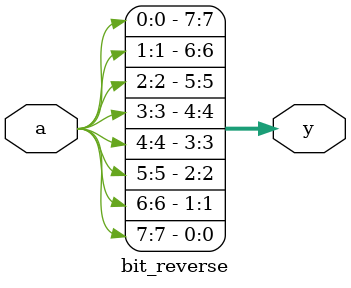
<source format=v>
module bit_reverse(
  input [7:0] a,
  output [7:0] y
);

  assign y = {a[0], a[1], a[2], a[3], a[4], a[5], a[6], a[7]};

endmodule
</source>
